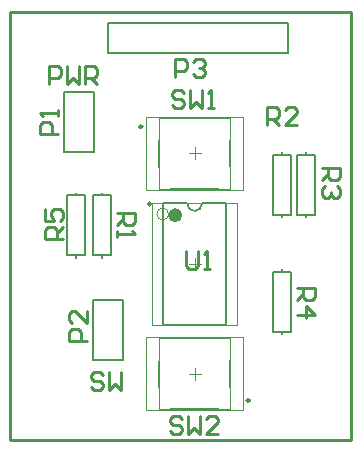
<source format=gto>
G04*
G04 #@! TF.GenerationSoftware,Altium Limited,Altium Designer,21.2.2 (38)*
G04*
G04 Layer_Color=65535*
%FSLAX25Y25*%
%MOIN*%
G70*
G04*
G04 #@! TF.SameCoordinates,E4463E13-6215-4CEB-9C32-E63C6DB71CC8*
G04*
G04*
G04 #@! TF.FilePolarity,Positive*
G04*
G01*
G75*
%ADD10C,0.00984*%
%ADD11C,0.00787*%
%ADD12C,0.02362*%
%ADD13C,0.01000*%
%ADD14C,0.00394*%
%ADD15C,0.00197*%
D10*
X329079Y404358D02*
G03*
X329079Y404358I-492J0D01*
G01*
X364906Y313142D02*
G03*
X364906Y313142I-492J0D01*
G01*
X331992Y378618D02*
G03*
X331992Y378618I-492J0D01*
G01*
D11*
X344000Y378776D02*
G03*
X349000Y378776I2500J0D01*
G01*
X312500Y346500D02*
X322500D01*
Y326500D02*
Y346500D01*
X312500Y326500D02*
X322500D01*
X312500D02*
Y346500D01*
X372500Y356000D02*
X375500D01*
X372500Y336000D02*
Y356000D01*
Y336000D02*
X378500D01*
Y356000D01*
X375500D02*
X378500D01*
X375500Y335100D02*
Y336000D01*
Y356000D02*
Y356900D01*
X383500Y375000D02*
X386500D01*
Y395000D01*
X380500D02*
X386500D01*
X380500Y375000D02*
Y395000D01*
Y375000D02*
X383500D01*
Y395000D02*
Y395900D01*
Y374100D02*
Y375000D01*
X372500Y395000D02*
X375500D01*
X372500Y375000D02*
Y395000D01*
Y375000D02*
X378500D01*
Y395000D01*
X375500D02*
X378500D01*
X375500Y374100D02*
Y375000D01*
Y395000D02*
Y395900D01*
X307000Y361500D02*
X310000D01*
Y381500D01*
X304000D02*
X310000D01*
X304000Y361500D02*
Y381500D01*
Y361500D02*
X307000D01*
Y381500D02*
Y382400D01*
Y360600D02*
Y361500D01*
X315500D02*
X318500D01*
Y381500D01*
X312500D02*
X318500D01*
X312500Y361500D02*
Y381500D01*
Y361500D02*
X315500D01*
Y381500D02*
Y382400D01*
Y360600D02*
Y361500D01*
X338217Y383709D02*
X354768D01*
X338217Y407291D02*
X354768D01*
X358291Y391169D02*
Y399945D01*
X334709Y391055D02*
Y399945D01*
X317500Y429000D02*
Y439000D01*
X377500Y429000D02*
Y439000D01*
X317500Y429000D02*
X377500D01*
X317500Y439000D02*
X377500D01*
X303000Y396000D02*
X313000D01*
X303000D02*
Y416000D01*
X313000D01*
Y396000D02*
Y416000D01*
X338232Y333791D02*
X354783D01*
X338232Y310209D02*
X354783D01*
X334709Y317555D02*
Y326331D01*
X358291Y317555D02*
Y326445D01*
X336067Y338224D02*
Y378776D01*
X356933Y338224D02*
Y378776D01*
X336067D02*
X344000D01*
X349000D02*
X356933D01*
X336067Y338224D02*
X356933D01*
D12*
X341185Y374839D02*
G03*
X341185Y374839I-1181J0D01*
G01*
D13*
X315999Y321498D02*
X314999Y322498D01*
X313000D01*
X312000Y321498D01*
Y320499D01*
X313000Y319499D01*
X314999D01*
X315999Y318499D01*
Y317500D01*
X314999Y316500D01*
X313000D01*
X312000Y317500D01*
X317998Y322498D02*
Y316500D01*
X319997Y318499D01*
X321997Y316500D01*
Y322498D01*
X298000Y418500D02*
Y424498D01*
X300999D01*
X301999Y423498D01*
Y421499D01*
X300999Y420499D01*
X298000D01*
X303998Y424498D02*
Y418500D01*
X305997Y420499D01*
X307997Y418500D01*
Y424498D01*
X309996Y418500D02*
Y424498D01*
X312995D01*
X313995Y423498D01*
Y421499D01*
X312995Y420499D01*
X309996D01*
X311996D02*
X313995Y418500D01*
X310499Y333002D02*
X304501D01*
Y336001D01*
X305501Y337000D01*
X307500D01*
X308500Y336001D01*
Y333002D01*
X310499Y342998D02*
Y339000D01*
X306500Y342998D01*
X305501D01*
X304501Y341999D01*
Y339999D01*
X305501Y339000D01*
X380501Y350498D02*
X386499D01*
Y347499D01*
X385499Y346500D01*
X383500D01*
X382500Y347499D01*
Y350498D01*
Y348499D02*
X380501Y346500D01*
Y341501D02*
X386499D01*
X383500Y344500D01*
Y340502D01*
X389001Y390498D02*
X394999D01*
Y387499D01*
X393999Y386500D01*
X392000D01*
X391000Y387499D01*
Y390498D01*
Y388499D02*
X389001Y386500D01*
X393999Y384500D02*
X394999Y383501D01*
Y381501D01*
X393999Y380502D01*
X393000D01*
X392000Y381501D01*
Y382501D01*
Y381501D01*
X391000Y380502D01*
X390001D01*
X389001Y381501D01*
Y383501D01*
X390001Y384500D01*
X370502Y405001D02*
Y410999D01*
X373501D01*
X374500Y409999D01*
Y408000D01*
X373501Y407000D01*
X370502D01*
X372501D02*
X374500Y405001D01*
X380498D02*
X376500D01*
X380498Y409000D01*
Y409999D01*
X379499Y410999D01*
X377499D01*
X376500Y409999D01*
X302499Y367002D02*
X296501D01*
Y370001D01*
X297501Y371000D01*
X299500D01*
X300500Y370001D01*
Y367002D01*
Y369001D02*
X302499Y371000D01*
X296501Y376998D02*
Y373000D01*
X299500D01*
X298500Y374999D01*
Y375999D01*
X299500Y376998D01*
X301499D01*
X302499Y375999D01*
Y373999D01*
X301499Y373000D01*
X320501Y375499D02*
X326499D01*
Y372500D01*
X325499Y371500D01*
X323500D01*
X322500Y372500D01*
Y375499D01*
Y373499D02*
X320501Y371500D01*
Y369501D02*
Y367501D01*
Y368501D01*
X326499D01*
X325499Y369501D01*
X343001Y415499D02*
X342001Y416499D01*
X340002D01*
X339002Y415499D01*
Y414500D01*
X340002Y413500D01*
X342001D01*
X343001Y412500D01*
Y411501D01*
X342001Y410501D01*
X340002D01*
X339002Y411501D01*
X345000Y416499D02*
Y410501D01*
X347000Y412500D01*
X348999Y410501D01*
Y416499D01*
X350998Y410501D02*
X352998D01*
X351998D01*
Y416499D01*
X350998Y415499D01*
X340002Y421001D02*
Y426999D01*
X343001D01*
X344000Y425999D01*
Y424000D01*
X343001Y423000D01*
X340002D01*
X346000Y425999D02*
X346999Y426999D01*
X348999D01*
X349998Y425999D01*
Y425000D01*
X348999Y424000D01*
X347999D01*
X348999D01*
X349998Y423000D01*
Y422001D01*
X348999Y421001D01*
X346999D01*
X346000Y422001D01*
X300999Y402001D02*
X295001D01*
Y405000D01*
X296001Y406000D01*
X298000D01*
X299000Y405000D01*
Y402001D01*
X300999Y407999D02*
Y409999D01*
Y408999D01*
X295001D01*
X296001Y407999D01*
X342206Y306858D02*
X341206Y307857D01*
X339207D01*
X338207Y306858D01*
Y305858D01*
X339207Y304858D01*
X341206D01*
X342206Y303859D01*
Y302859D01*
X341206Y301859D01*
X339207D01*
X338207Y302859D01*
X344205Y307857D02*
Y301859D01*
X346205Y303859D01*
X348204Y301859D01*
Y307857D01*
X354202Y301859D02*
X350203D01*
X354202Y305858D01*
Y306858D01*
X353203Y307857D01*
X351203D01*
X350203Y306858D01*
X343501Y362999D02*
Y358001D01*
X344501Y357001D01*
X346500D01*
X347500Y358001D01*
Y362999D01*
X349499Y357001D02*
X351499D01*
X350499D01*
Y362999D01*
X349499Y361999D01*
X285000Y300000D02*
X398500D01*
X285000Y442500D02*
X398500D01*
Y300000D02*
Y442500D01*
X285000Y300000D02*
Y442500D01*
D14*
X337839Y375232D02*
G03*
X337839Y375232I-1969J0D01*
G01*
X334709Y383709D02*
X358291D01*
Y407291D01*
X334709D02*
X358291D01*
X334709Y383709D02*
Y407291D01*
Y333791D02*
X358291D01*
X334709Y310209D02*
Y333791D01*
Y310209D02*
X358291D01*
Y333791D01*
X332327Y338224D02*
Y378776D01*
X360673Y338224D02*
Y378776D01*
X332327D02*
X360673D01*
X332327Y338224D02*
X360673D01*
X344531Y395500D02*
X348469D01*
X346500Y393532D02*
Y397469D01*
X344532Y322000D02*
X348469D01*
X346500Y320031D02*
Y323969D01*
X344532Y358500D02*
X348469D01*
X346500Y356532D02*
Y360469D01*
D15*
X330358Y383295D02*
X362642D01*
X330358D02*
Y407705D01*
X362642D01*
Y383295D02*
Y407705D01*
X330358Y334205D02*
X362642D01*
Y309795D02*
Y334205D01*
X330358Y309795D02*
X362642D01*
X330358D02*
Y334205D01*
M02*

</source>
